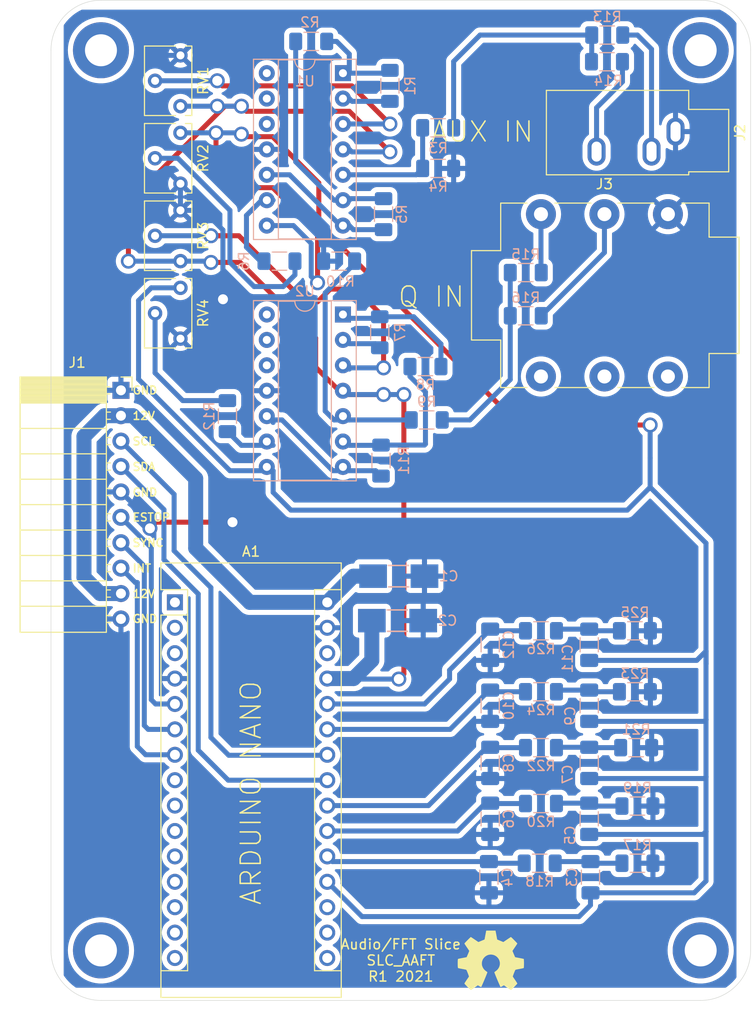
<source format=kicad_pcb>
(kicad_pcb (version 20211014) (generator pcbnew)
  (layers (0 "F.Cu" signal) (31 "B.Cu" signal) (34 "B.Paste" user) (35 "F.Paste" user) (36 "B.SilkS" user "B.Silkscreen") (37 "F.SilkS" user "F.Silkscreen") (38 "B.Mask" user) (39 "F.Mask" user) (44 "Edge.Cuts" user))
  (net 0 "")
  (net 1 "Net-(A1-Pad16)")
  (net 2 "Net-(A1-Pad15)")
  (net 3 "GND")
  (net 4 "Net-(A1-Pad13)")
  (net 5 "Net-(A1-Pad28)")
  (net 6 "Net-(A1-Pad12)")
  (net 7 "+5V")
  (net 8 "Net-(A1-Pad11)")
  (net 9 "Net-(A1-Pad10)")
  (net 10 "Net-(A1-Pad9)")
  (net 11 "/I2C_CLK")
  (net 12 "Net-(A1-Pad8)")
  (net 13 "/I2C_DAT")
  (net 14 "/SYNC")
  (net 15 "/E_STOP")
  (net 16 "Net-(A1-Pad3)")
  (net 17 "Net-(A1-Pad18)")
  (net 18 "Net-(A1-Pad2)")
  (net 19 "Net-(A1-Pad17)")
  (net 20 "Net-(A1-Pad1)")
  (net 21 "+12V")
  (net 22 "/INT")
  (net 23 "/LOW")
  (net 24 "/LOW_MID")
  (net 25 "/MID")
  (net 26 "/HIGH_MID")
  (net 27 "/HIGH")
  (net 28 "/SIG_SEL")
  (net 29 "Net-(C3-Pad1)")
  (net 30 "Net-(C5-Pad1)")
  (net 31 "Net-(C7-Pad1)")
  (net 32 "Net-(C9-Pad1)")
  (net 33 "Net-(C11-Pad1)")
  (net 34 "Net-(J2-PadT)")
  (net 35 "Net-(J2-PadR)")
  (net 36 "Net-(J3-PadT)")
  (net 37 "Net-(J3-PadR)")
  (net 38 "Net-(R1-Pad2)")
  (net 39 "Net-(R1-Pad1)")
  (net 40 "Net-(R2-Pad1)")
  (net 41 "Net-(R3-Pad2)")
  (net 42 "/AUX_IN")
  (net 43 "Net-(R5-Pad1)")
  (net 44 "Net-(R6-Pad2)")
  (net 45 "Net-(R6-Pad1)")
  (net 46 "Net-(R7-Pad2)")
  (net 47 "Net-(R7-Pad1)")
  (net 48 "Net-(R11-Pad2)")
  (net 49 "Net-(R10-Pad1)")
  (net 50 "/Q_IN")
  (net 51 "Net-(R11-Pad1)")
  (net 52 "Net-(R12-Pad2)")
  (net 53 "Net-(R12-Pad1)")
  (net 54 "Net-(RV1-Pad2)")
  (net 55 "/AUX_SW")
  (net 56 "Net-(RV3-Pad2)")
  (footprint "MountingHole:MountingHole_3.2mm_M3_DIN965_Pad" (layer "F.Cu") (at 127.6 44.8)
    (fp_text reference "H1" hide)
    (fp_text value "MountingHole")
  )
  (footprint "MountingHole:MountingHole_3.2mm_M3_DIN965_Pad" (layer "F.Cu") (at 187.6 44.8)
    (fp_text reference "H2" hide)
    (fp_text value "MountingHole")
  )
  (footprint "MountingHole:MountingHole_3.2mm_M3_DIN965_Pad" (layer "F.Cu") (at 127.6 134.8)
    (fp_text reference "H3" hide)
    (fp_text value "MountingHole")
  )
  (footprint "MountingHole:MountingHole_3.2mm_M3_DIN965_Pad" (layer "F.Cu") (at 187.6 134.8)
    (fp_text reference "H4" hide)
    (fp_text value "MountingHole")
  )
  (footprint "Module:Arduino_Nano" (layer "F.Cu") (at 135 100)
    (fp_text reference "A1")
    (fp_text value "Arduino_Nano_v3.x")
  )
  (footprint "Connector_PinSocket_2.54mm:PinSocket_1x10_P2.54mm_Horizontal" (layer "F.Cu") (at 129.6 78.8)
    (fp_text reference "J1")
    (fp_text value "Conn_01x10_Female")
  )
  (footprint "Symbol:OSHW-Symbol_6.7x6mm_SilkScreen" (layer "F.Cu") (at 166.6 135.8)
    (fp_text reference "Logo1" hide)
    (fp_text value "Logo_Open_Hardware_Small" hide)
  )
  (footprint "Connector_Audio:Jack_6.35mm_Neutrik_NMJ6HCD2_Horizontal" (layer "F.Cu") (at 171.622 61.187)
    (fp_text reference "J3")
    (fp_text value "Q_Inch")
  )
  (footprint "Potentiometer_THT:Potentiometer_Bourns_3266W_Vertical" (layer "F.Cu") (at 135.554 50.392 -90)
    (fp_text reference "RV1")
    (fp_text value "10k")
  )
  (footprint "Potentiometer_THT:Potentiometer_Bourns_3266W_Vertical" (layer "F.Cu") (at 135.554 58.139 -90)
    (fp_text reference "RV2")
    (fp_text value "10k")
  )
  (footprint "Potentiometer_THT:Potentiometer_Bourns_3266W_Vertical" (layer "F.Cu") (at 135.554 65.886 -90)
    (fp_text reference "RV3")
    (fp_text value "10k")
  )
  (footprint "Potentiometer_THT:Potentiometer_Bourns_3266W_Vertical" (layer "F.Cu") (at 135.554 73.633 -90)
    (fp_text reference "RV4")
    (fp_text value "10k")
  )
  (footprint "Connector_Audio:Jack_3.5mm_CUI_SJ1-3533NG_Horizontal" (layer "F.Cu") (at 185.084 52.932 -90)
    (fp_text reference "J2")
    (fp_text value "Aux")
  )
  (footprint "OCI_UPL_FOOTPRINTS:C_2312" (layer "B.Cu") (at 157.271 101.827)
    (fp_text reference "C2")
    (fp_text value "10uF_t")
  )
  (footprint "OCI_UPL_FOOTPRINTS:C_2312" (layer "B.Cu") (at 157.398 97.382)
    (fp_text reference "C1")
    (fp_text value "10uF_t")
  )
  (footprint "Capacitor_SMD:C_1206_3216Metric_Pad1.33x1.80mm_HandSolder" (layer "B.Cu") (at 176.575 127.481 -90)
    (fp_text reference "C3")
    (fp_text value "10 uF")
  )
  (footprint "Capacitor_SMD:C_1206_3216Metric_Pad1.33x1.80mm_HandSolder" (layer "B.Cu") (at 166.415 127.481 90)
    (fp_text reference "C4")
    (fp_text value "0.1 uF")
  )
  (footprint "Capacitor_SMD:C_1206_3216Metric_Pad1.33x1.80mm_HandSolder" (layer "B.Cu") (at 176.448 121.639 -90)
    (fp_text reference "C5")
    (fp_text value "0.1 uF")
  )
  (footprint "Capacitor_SMD:C_1206_3216Metric_Pad1.33x1.80mm_HandSolder" (layer "B.Cu") (at 166.542 121.639 90)
    (fp_text reference "C6")
    (fp_text value "0.1 uF")
  )
  (footprint "Capacitor_SMD:C_1206_3216Metric_Pad1.33x1.80mm_HandSolder" (layer "B.Cu") (at 176.448 116.051 -90)
    (fp_text reference "C7")
    (fp_text value "0.1 uF")
  )
  (footprint "Capacitor_SMD:C_1206_3216Metric_Pad1.33x1.80mm_HandSolder" (layer "B.Cu") (at 166.542 116.051 90)
    (fp_text reference "C8")
    (fp_text value "0.1 uF")
  )
  (footprint "Capacitor_SMD:C_1206_3216Metric_Pad1.33x1.80mm_HandSolder" (layer "B.Cu") (at 176.448 110.336 -90)
    (fp_text reference "C9")
    (fp_text value "0.1 uF")
  )
  (footprint "Capacitor_SMD:C_1206_3216Metric_Pad1.33x1.80mm_HandSolder" (layer "B.Cu") (at 166.542 110.336 90)
    (fp_text reference "C10")
    (fp_text value "0.1 uF")
  )
  (footprint "Capacitor_SMD:C_1206_3216Metric_Pad1.33x1.80mm_HandSolder" (layer "B.Cu") (at 176.448 104.24 -90)
    (fp_text reference "C11")
    (fp_text value "0.1 uF")
  )
  (footprint "Capacitor_SMD:C_1206_3216Metric_Pad1.33x1.80mm_HandSolder" (layer "B.Cu") (at 166.542 104.24 90)
    (fp_text reference "C12")
    (fp_text value "0.1 uF")
  )
  (footprint "Resistor_SMD:R_1206_3216Metric_Pad1.30x1.75mm_HandSolder" (layer "B.Cu") (at 156.509 48.36 -90)
    (fp_text reference "R1")
    (fp_text value "1k")
  )
  (footprint "Resistor_SMD:R_1206_3216Metric_Pad1.30x1.75mm_HandSolder" (layer "B.Cu") (at 148.635 43.915)
    (fp_text reference "R2")
    (fp_text value "1k")
  )
  (footprint "Resistor_SMD:R_1206_3216Metric_Pad1.30x1.75mm_HandSolder" (layer "B.Cu") (at 161.335 52.551 180)
    (fp_text reference "R3")
    (fp_text value "1k")
  )
  (footprint "Resistor_SMD:R_1206_3216Metric_Pad1.30x1.75mm_HandSolder" (layer "B.Cu") (at 161.335 56.615)
    (fp_text reference "R4")
    (fp_text value "1k")
  )
  (footprint "Resistor_SMD:R_1206_3216Metric_Pad1.30x1.75mm_HandSolder" (layer "B.Cu") (at 155.874 61.187 90)
    (fp_text reference "R5")
    (fp_text value "1k")
  )
  (footprint "Resistor_SMD:R_1206_3216Metric_Pad1.30x1.75mm_HandSolder" (layer "B.Cu") (at 145.46 65.886 180)
    (fp_text reference "R6")
    (fp_text value "1k")
  )
  (footprint "Resistor_SMD:R_1206_3216Metric_Pad1.30x1.75mm_HandSolder" (layer "B.Cu") (at 155.493 72.998 -90)
    (fp_text reference "R7")
    (fp_text value "1k")
  )
  (footprint "Resistor_SMD:R_1206_3216Metric_Pad1.30x1.75mm_HandSolder" (layer "B.Cu") (at 160.065 76.427)
    (fp_text reference "R8")
    (fp_text value "1k")
  )
  (footprint "Resistor_SMD:R_1206_3216Metric_Pad1.30x1.75mm_HandSolder" (layer "B.Cu") (at 160.192 81.761 180)
    (fp_text reference "R9")
    (fp_text value "1k")
  )
  (footprint "Resistor_SMD:R_1206_3216Metric_Pad1.30x1.75mm_HandSolder" (layer "B.Cu") (at 151.429 65.886 180)
    (fp_text reference "R10")
    (fp_text value "1k")
  )
  (footprint "Resistor_SMD:R_1206_3216Metric_Pad1.30x1.75mm_HandSolder" (layer "B.Cu") (at 155.62 85.825 90)
    (fp_text reference "R11")
    (fp_text value "1k")
  )
  (footprint "Resistor_SMD:R_1206_3216Metric_Pad1.30x1.75mm_HandSolder" (layer "B.Cu") (at 140.253 81.38 -90)
    (fp_text reference "R12")
    (fp_text value "1k")
  )
  (footprint "Resistor_SMD:R_1206_3216Metric_Pad1.30x1.75mm_HandSolder" (layer "B.Cu") (at 178.252 43.28 180)
    (fp_text reference "R13")
    (fp_text value "500")
  )
  (footprint "Resistor_SMD:R_1206_3216Metric_Pad1.30x1.75mm_HandSolder" (layer "B.Cu") (at 178.226 45.947 180)
    (fp_text reference "R14")
    (fp_text value "500")
  )
  (footprint "Resistor_SMD:R_1206_3216Metric_Pad1.30x1.75mm_HandSolder" (layer "B.Cu") (at 170.098 67.029 180)
    (fp_text reference "R15")
    (fp_text value "500")
  )
  (footprint "Resistor_SMD:R_1206_3216Metric_Pad1.30x1.75mm_HandSolder" (layer "B.Cu") (at 170.098 71.347 180)
    (fp_text reference "R16")
    (fp_text value "500")
  )
  (footprint "Resistor_SMD:R_1206_3216Metric_Pad1.30x1.75mm_HandSolder" (layer "B.Cu") (at 181.274 126.084 180)
    (fp_text reference "R17")
    (fp_text value "400")
  )
  (footprint "Resistor_SMD:R_1206_3216Metric_Pad1.30x1.75mm_HandSolder" (layer "B.Cu") (at 171.495 126.084)
    (fp_text reference "R18")
    (fp_text value "1.8 k")
  )
  (footprint "Resistor_SMD:R_1206_3216Metric_Pad1.30x1.75mm_HandSolder" (layer "B.Cu") (at 181.274 120.369 180)
    (fp_text reference "R19")
    (fp_text value "1.8 k")
  )
  (footprint "Resistor_SMD:R_1206_3216Metric_Pad1.30x1.75mm_HandSolder" (layer "B.Cu") (at 171.622 120.115)
    (fp_text reference "R20")
    (fp_text value "900")
  )
  (footprint "Resistor_SMD:R_1206_3216Metric_Pad1.30x1.75mm_HandSolder" (layer "B.Cu") (at 181.147 114.527 180)
    (fp_text reference "R21")
    (fp_text value "900")
  )
  (footprint "Resistor_SMD:R_1206_3216Metric_Pad1.30x1.75mm_HandSolder" (layer "B.Cu") (at 171.622 114.527)
    (fp_text reference "R22")
    (fp_text value "600")
  )
  (footprint "Resistor_SMD:R_1206_3216Metric_Pad1.30x1.75mm_HandSolder" (layer "B.Cu") (at 181.02 108.939 180)
    (fp_text reference "R23")
    (fp_text value "600")
  )
  (footprint "Resistor_SMD:R_1206_3216Metric_Pad1.30x1.75mm_HandSolder" (layer "B.Cu") (at 171.622 108.939)
    (fp_text reference "R24")
    (fp_text value "450")
  )
  (footprint "Resistor_SMD:R_1206_3216Metric_Pad1.30x1.75mm_HandSolder" (layer "B.Cu") (at 181.02 102.843 180)
    (fp_text reference "R25")
    (fp_text value "450")
  )
  (footprint "Resistor_SMD:R_1206_3216Metric_Pad1.30x1.75mm_HandSolder" (layer "B.Cu") (at 171.622 102.843)
    (fp_text reference "R26")
    (fp_text value "360")
  )
  (footprint "Package_DIP:DIP-14_W7.62mm_Socket" (layer "B.Cu") (at 151.81 47.09 180)
    (fp_text reference "U1")
    (fp_text value "MCP6004")
  )
  (footprint "Package_DIP:DIP-14_W7.62mm_Socket" (layer "B.Cu") (at 151.81 71.22 180)
    (fp_text reference "U2")
    (fp_text value "MCP6004")
  )
  (gr_line (start 192.6 44.8) (end 192.6 134.8) (layer "Edge.Cuts") (width 0.05))
  (gr_arc (start 122.6 44.8) (mid 124.064466 41.264466) (end 127.6 39.8) (layer "Edge.Cuts") (width 0.05))
  (gr_arc (start 127.6 139.8) (mid 124.064466 138.335534) (end 122.6 134.8) (layer "Edge.Cuts") (width 0.05))
  (gr_arc (start 187.6 39.8) (mid 191.135534 41.264466) (end 192.6 44.8) (layer "Edge.Cuts") (width 0.05))
  (gr_line (start 127.6 39.8) (end 187.6 39.8) (layer "Edge.Cuts") (width 0.05))
  (gr_arc (start 192.6 134.8) (mid 191.135534 138.335534) (end 187.6 139.8) (layer "Edge.Cuts") (width 0.05))
  (gr_line (start 127.6 139.8) (end 187.6 139.8) (layer "Edge.Cuts") (width 0.05))
  (gr_line (start 122.6 134.8) (end 122.6 44.8) (layer "Edge.Cuts") (width 0.05))
  (gr_text "SCL" (at 131.885715 83.9) (layer "F.SilkS") (effects (font (size 0.8 0.8))))
  (gr_text "Audio/FFT Slice\nSLC_AAFT\nR1 2021" (at 157.599999 135.8) (layer "F.SilkS") (effects (font (size 1 1))))
  (gr_text "GND" (at 132 89) (layer "F.SilkS") (effects (font (size 0.8 0.8))))
  (gr_text "ESTOP" (at 132.647619 91.5) (layer "F.SilkS") (effects (font (size 0.8 0.8))))
  (gr_text "12V" (at 131.885715 81.35) (layer "F.SilkS") (effects (font (size 0.8 0.8))))
  (gr_text "INT" (at 131.695238 96.6) (layer "F.SilkS") (effects (font (size 0.8 0.8))))
  (gr_text "SYNC" (at 132.32381 94.05) (layer "F.SilkS") (effects (font (size 0.8 0.8))))
  (gr_text "Q IN" (at 160.65 69.45) (layer "F.SilkS") (effects (font (size 2 2))))
  (gr_text "GND" (at 132 101.65) (layer "F.SilkS") (effects (font (size 0.8 0.8))))
  (gr_text "AUX IN" (at 165.75 52.95) (layer "F.SilkS") (effects (font (size 2 2))))
  (gr_text "12V" (at 131.885715 99.15) (layer "F.SilkS") (effects (font (size 0.8 0.8))))
  (gr_text "ARDUINO NANO" (at 142.61 119.05 90) (layer "F.SilkS") (effects (font (size 2 2))))
  (gr_text "SDA" (at 131.904762 86.45) (layer "F.SilkS") (effects (font (size 0.8 0.8))))
  (gr_text "GND" (at 132 78.8) (layer "F.SilkS") (effects (font (size 0.8 0.8))))
  (segment (start 133.1155 91.9845) (end 140.761 91.9845) (width 0.5) (layer "F.Cu") (net 3))
  (segment (start 132.5 92.6) (end 133.1155 91.9845) (width 0.5) (layer "F.Cu") (net 3))
  (via (at 132.5 92.6) (size 1.5) (drill 1) (layers "F.Cu" "B.Cu") (net 3))
  (via (at 139.8085 69.696) (size 1.5) (drill 1) (layers "F.Cu" "B.Cu") (net 3))
  (via (at 140.761 91.9845) (size 1.5) (drill 1) (layers "F.Cu" "B.Cu") (net 3))
  (segment (start 130.95 78.8) (end 140.761 88.611) (width 0.5) (layer "B.Cu") (net 3))
  (segment (start 137.838002 60.806) (end 139.802001 62.769999) (width 0.5) (layer "B.Cu") (net 3))
  (segment (start 135.554 60.806) (end 137.838002 60.806) (width 0.5) (layer "B.Cu") (net 3))
  (segment (start 139.802001 69.689501) (end 139.8085 69.696) (width 0.5) (layer "B.Cu") (net 3))
  (segment (start 132.379 45.312) (end 135.554 45.312) (width 0.5) (layer "B.Cu") (net 3))
  (segment (start 130.728 46.963) (end 132.379 45.312) (width 0.5) (layer "B.Cu") (net 3))
  (segment (start 132.5 91.86) (end 129.6 88.96) (width 0.5) (layer "B.Cu") (net 3))
  (segment (start 135.554 60.806) (end 135.554 58.139) (width 0.5) (layer "B.Cu") (net 3))
  (segment (start 130.728 55.98) (end 130.728 46.963) (width 0.5) (layer "B.Cu") (net 3))
  (segment (start 139.802001 62.769999) (end 139.802001 69.689501) (width 0.5) (layer "B.Cu") (net 3))
  (segment (start 129.6 78.8) (end 130.95 78.8) (width 0.5) (layer "B.Cu") (net 3))
  (segment (start 135.554 60.806) (end 130.728 55.98) (width 0.5) (layer "B.Cu") (net 3))
  (segment (start 140.761 88.611) (end 140.761 91.9845) (width 0.5) (layer "B.Cu") (net 3))
  (segment (start 132.5 92.6) (end 132.5 91.86) (width 0.5) (layer "B.Cu") (net 3))
  (segment (start 157.906 79.221) (end 157.906 107.161) (width 0.5) (layer "F.Cu") (net 7))
  (segment (start 141.523 66.013) (end 149.0795 73.5695) (width 0.5) (layer "F.Cu") (net 7))
  (segment (start 141.65 50.392) (end 142.158 50.9) (width 0.5) (layer "F.Cu") (net 7))
  (segment (start 142.158 50.9) (end 152.445 50.9) (width 0.5) (layer "F.Cu") (net 7))
  (segment (start 149.0795 73.5695) (end 149.0795 76.4905) (width 0.5) (layer "F.Cu") (net 7))
  (segment (start 139.237 50.392) (end 141.65 50.392) (width 0.5) (layer "F.Cu") (net 7))
  (segment (start 152.445 50.9) (end 152.7625 51.2175) (width 0.5) (layer "F.Cu") (net 7))
  (segment (start 157.906 107.161) (end 157.398 107.669) (width 0.5) (layer "F.Cu") (net 7))
  (segment (start 149.0795 76.4905) (end 151.81 79.221) (width 0.5) (layer "F.Cu") (net 7))
  (segment (start 140.000998 50.392) (end 130.347 60.045998) (width 0.5) (layer "F.Cu") (net 7))
  (segment (start 152.7625 51.2175) (end 156.509 54.964) (width 0.5) (layer "F.Cu") (net 7))
  (segment (start 141.65 50.392) (end 140.000998 50.392) (width 0.5) (layer "F.Cu") (net 7))
  (segment (start 151.81 79.221) (end 155.874 79.221) (width 0.5) (layer "F.Cu") (net 7))
  (segment (start 130.347 60.045998) (end 130.347 65.886) (width 0.5) (layer "F.Cu") (net 7))
  (segment (start 138.602 66.013) (end 141.523 66.013) (width 0.5) (layer "F.Cu") (net 7))
  (via (at 130.347 65.886) (size 1.5) (drill 1) (layers "F.Cu" "B.Cu") (net 7))
  (via (at 141.65 50.392) (size 1.5) (drill 1) (layers "F.Cu" "B.Cu") (net 7))
  (via (at 138.602 66.013) (size 1.5) (drill 1) (layers "F.Cu" "B.Cu") (net 7))
  (via (at 155.874 79.221) (size 1.5) (drill 1) (layers "F.Cu" "B.Cu") (net 7))
  (via (at 157.906 79.221) (size 1.5) (drill 1) (layers "F.Cu" "B.Cu") (net 7))
  (via (at 139.237 50.392) (size 1.5) (drill 1) (layers "F.Cu" "B.Cu") (net 7))
  (via (at 157.398 107.669) (size 1.5) (drill 1) (layers "F.Cu" "B.Cu") (net 7))
  (via (at 156.509 54.964) (size 1.5) (drill 1) (layers "F.Cu" "B.Cu") (net 7))
  (segment (start 155.874 79.221) (end 152.445 79.221) (width 0.5) (layer "B.Cu") (net 7))
  (segment (start 157.398 107.669) (end 152.924 107.669) (width 0.5) (layer "B.Cu") (net 7))
  (segment (start 152.699 54.964) (end 152.445 54.71) (width 0.5) (layer "B.Cu") (net 7))
  (segment (start 139.237 50.392) (end 141.65 50.392) (width 0.5) (layer "B.Cu") (net 7))
  (segment (start 135.554 65.886) (end 138.475 65.886) (width 0.5) (layer "B.Cu") (net 7))
  (segment (start 152.924 107.669) (end 152.875 107.62) (width 0.5) (layer "B.Cu") (net 7))
  (segment (start 155.874 79.221) (end 157.906 79.221) (width 0.5) (layer "B.Cu") (net 7))
  (segment (start 138.475 65.886) (end 138.602 66.013) (width 0.5) (layer "B.Cu") (net 7))
  (segment (start 154.701 101.827) (end 154.701 105.794) (width 1.5) (layer "B.Cu") (net 7))
  (segment (start 130.347 65.886) (end 135.554 65.886) (width 0.5) (layer "B.Cu") (net 7))
  (segment (start 154.701 105.794) (end 152.875 107.62) (width 1.5) (layer "B.Cu") (net 7))
  (segment (start 152.875 107.62) (end 150.24 107.62) (width 1.5) (layer "B.Cu") (net 7))
  (segment (start 135.554 50.392) (end 139.237 50.392) (width 0.5) (layer "B.Cu") (net 7))
  (segment (start 156.509 54.964) (end 152.699 54.964) (width 0.5) (layer "B.Cu") (net 7))
  (segment (start 138.602 113.511) (end 140.38 115.289) (width 0.5) (layer "B.Cu") (net 11))
  (segment (start 129.6 83.88) (end 134.919 89.199) (width 0.5) (layer "B.Cu") (net 11))
  (segment (start 140.38 115.289) (end 150.191 115.289) (width 0.5) (layer "B.Cu") (net 11))
  (segment (start 138.602 98.525) (end 138.602 113.511) (width 0.5) (layer "B.Cu") (net 11))
  (segment (start 150.191 115.289) (end 150.24 115.24) (width 0.5) (layer "B.Cu") (net 11))
  (segment (start 134.919 89.199) (end 134.919 94.842) (width 0.5) (layer "B.Cu") (net 11))
  (segment (start 134.919 94.842) (end 138.602 98.525) (width 0.5) (layer "B.Cu") (net 11))
  (segment (start 137.332 99.16) (end 137.332 114.781) (width 0.5) (layer "B.Cu") (net 13))
  (segment (start 133.903 95.731) (end 137.332 99.16) (width 0.5) (layer "B.Cu") (net 13))
  (segment (start 129.6 86.42) (end 133.903 90.723) (width 0.5) (layer "B.Cu") (net 13))
  (segment (start 137.332 114.781) (end 140.331 117.78) (width 0.5) (layer "B.Cu") (net 13))
  (segment (start 133.903 90.723) (end 133.903 95.731) (width 0.5) (layer "B.Cu") (net 13))
  (segment (start 140.331 117.78) (end 150.24 117.78) (width 0.5) (layer "B.Cu") (net 13))
  (segment (start 132.076 115.24) (end 131.236 114.4) (width 0.5) (layer "B.Cu") (net 14))
  (segment (start 135 115.24) (end 132.076 115.24) (width 0.5) (layer "B.Cu") (net 14))
  (segment (start 131.236 98.017) (end 131.037 98.017) (width 0.5) (layer "B.Cu") (net 14))
  (segment (start 131.236 114.4) (end 131.236 98.017) (width 0.5) (layer "B.Cu") (net 14))
  (segment (start 131.037 98.017) (end 129.6 96.58) (width 0.5) (layer "B.Cu") (net 14))
  (segment (start 132.63602 109.73302) (end 132.63602 94.53602) (width 0.5) (layer "B.Cu") (net 15))
  (segment (start 135 110.16) (end 133.063 110.16) (width 0.5) (layer "B.Cu") (net 15))
  (segment (start 133.063 110.16) (end 132.63602 109.73302) (width 0.5) (layer "B.Cu") (net 15))
  (segment (start 132.63602 94.53602) (end 129.6 91.5) (width 0.5) (layer "B.Cu") (net 15))
  (segment (start 125.902 97.509) (end 125.902 83.412) (width 1.5) (layer "B.Cu") (net 21))
  (segment (start 129.6 81.34) (end 130.802081 81.34) (width 1.5) (layer "B.Cu") (net 21))
  (segment (start 154.828 97.382) (end 152.858 97.382) (width 1.5) (layer "B.Cu") (net 21))
  (segment (start 137.078 94.588) (end 142.49 100) (width 1.5) (layer "B.Cu") (net 21))
  (segment (start 125.902 83.412) (end 127.974 81.34) (width 1.5) (layer "B.Cu") (net 21))
  (segment (start 142.49 100) (end 150.24 100) (width 1.5) (layer "B.Cu") (net 21))
  (segment (start 127.974 81.34) (end 129.6 81.34) (width 1.5) (layer "B.Cu") (net 21))
  (segment (start 127.513 99.12) (end 125.902 97.509) (width 1.5) (layer "B.Cu") (net 21))
  (segment (start 129.6 99.12) (end 127.513 99.12) (width 1.5) (layer "B.Cu") (net 21))
  (segment (start 137.078 87.615919) (end 137.078 94.588) (width 1.5) (layer "B.Cu") (net 21))
  (segment (start 152.858 97.382) (end 150.24 100) (width 1.5) (layer "B.Cu") (net 21))
  (segment (start 130.802081 81.34) (end 137.078 87.615919) (width 1.5) (layer "B.Cu") (net 21))
  (segment (start 132.33 112.7) (end 131.93601 112.30601) (width 0.5) (layer "B.Cu") (net 22))
  (segment (start 131.93601 112.30601) (end 131.93601 96.37601) (width 0.5) (layer "B.Cu") (net 22))
  (segment (start 131.93601 96.37601) (end 129.6 94.04) (width 0.5) (layer "B.Cu") (net 22))
  (segment (start 135 112.7) (end 132.33 112.7) (width 0.5) (layer "B.Cu") (net 22))
  (segment (start 166.415 125.9185) (end 150.7585 125.9185) (width 0.5) (layer "B.Cu") (net 23))
  (segment (start 150.7585 125.9185) (end 150.24 125.4) (width 0.5) (layer "B.Cu") (net 23))
  (segment (start 169.945 126.084) (end 166.5805 126.084) (width 0.5) (layer "B.Cu") (net 23))
  (segment (start 166.5805 126.084) (end 166.415 125.9185) (width 0.5) (layer "B.Cu") (net 23))
  (segment (start 166.542 120.0765) (end 166.0725 120.0765) (width 0.5) (layer "B.Cu") (net 24))
  (segment (start 166.5805 120.115) (end 166.542 120.0765) (width 0.5) (layer "B.Cu") (net 24))
  (segment (start 166.0725 120.0765) (end 163.289 122.86) (width 0.5) (layer "B.Cu") (net 24))
  (segment (start 170.072 120.115) (end 166.5805 120.115) (width 0.5) (layer "B.Cu") (net 24))
  (segment (start 163.289 122.86) (end 150.24 122.86) (width 0.5) (layer "B.Cu") (net 24))
  (segment (start 166.5805 114.527) (end 166.542 114.4885) (width 0.5) (layer "B.Cu") (net 25))
  (segment (start 160.368 120.32) (end 150.24 120.32) (width 0.5) (layer "B.Cu") (net 25))
  (segment (start 166.542 114.4885) (end 166.1995 114.4885) (width 0.5) (layer "B.Cu") (net 25))
  (segment (start 170.072 114.527) (end 166.5805 114.527) (width 0.5) (layer "B.Cu") (net 25))
  (segment (start 166.1995 114.4885) (end 160.368 120.32) (width 0.5) (layer "B.Cu") (net 25))
  (segment (start 162.527 112.7) (end 150.24 112.7) (width 0.5) (layer "B.Cu") (net 26))
  (segment (start 166.542 108.7735) (end 166.4535 108.7735) (width 0.5) (layer "B.Cu") (net 26))
  (segment (start 170.072 108.939) (end 166.7075 108.939) (width 0.5) (layer "B.Cu") (net 26))
  (segment (start 166.7075 108.939) (end 166.542 108.7735) (width 0.5) (layer "B.Cu") (net 26))
  (segment (start 166.4535 108.7735) (end 162.527 112.7) (width 0.5) (layer "B.Cu") (net 26))
  (segment (start 166.7075 102.843) (end 166.542 102.6775) (width 0.5) (layer "B.Cu") (net 27))
  (segment (start 166.542 102.716) (end 162.478 106.78) (width 0.5) (layer "B.Cu") (net 27))
  (segment (start 166.542 102.6775) (end 166.542 102.716) (width 0.5) (layer "B.Cu") (net 27))
  (segment (start 159.987 110.16) (end 150.24 110.16) (width 0.5) (layer "B.Cu") (net 27))
  (segment (start 170.072 102.843) (end 166.7075 102.843) (width 0.5) (layer "B.Cu") (net 27))
  (segment (start 162.478 107.669) (end 159.987 110.16) (width 0.5) (layer "B.Cu") (net 27))
  (segment (start 162.478 106.78) (end 162.478 107.669) (width 0.5) (layer "B.Cu") (net 27))
  (segment (start 176.7405 126.084) (end 176.575 125.9185) (width 0.5) (layer "B.Cu") (net 29))
  (segment (start 179.724 126.084) (end 176.7405 126.084) (width 0.5) (layer "B.Cu") (net 29))
  (segment (start 173.2105 125.9185) (end 173.045 126.084) (width 0.5) (layer "B.Cu") (net 29))
  (segment (start 176.575 125.9185) (end 173.2105 125.9185) (width 0.5) (layer "B.Cu") (net 29))
  (segment (start 176.7405 120.369) (end 176.448 120.0765) (width 0.5) (layer "B.Cu") (net 30))
  (segment (start 179.724 120.369) (end 176.7405 120.369) (width 0.5) (layer "B.Cu") (net 30))
  (segment (start 176.448 120.0765) (end 173.2105 120.0765) (width 0.5) (layer "B.Cu") (net 30))
  (segment (start 173.2105 120.0765) (end 173.172 120.115) (width 0.5) (layer "B.Cu") (net 30))
  (segment (start 176.448 114.4885) (end 173.2105 114.4885) (width 0.5) (layer "B.Cu") (net 31))
  (segment (start 176.4865 114.527) (end 176.448 114.4885) (width 0.5) (layer "B.Cu") (net 31))
  (segment (start 173.2105 114.4885) (end 173.172 114.527) (width 0.5) (layer "B.Cu") (net 31))
  (segment (start 179.597 114.527) (end 176.4865 114.527) (width 0.5) (layer "B.Cu") (net 31))
  (segment (start 173.3375 108.7735) (end 173.172 108.939) (width 0.5) (layer "B.Cu") (net 32))
  (segment (start 179.47 108.939) (end 176.6135 108.939) (width 0.5) (layer "B.Cu") (net 32))
  (segment (start 176.6135 108.939) (end 176.448 108.7735) (width 0.5) (layer "B.Cu") (net 32))
  (segment (start 176.448 108.7735) (end 173.3375 108.7735) (width 0.5) (layer "B.Cu") (net 32))
  (segment (start 176.448 102.6775) (end 173.3375 102.6775) (width 0.5) (layer "B.Cu") (net 33))
  (segment (start 176.6135 102.843) (end 176.448 102.6775) (width 0.5) (layer "B.Cu") (net 33))
  (segment (start 173.3375 102.6775) (end 173.172 102.843) (width 0.5) (layer "B.Cu") (net 33))
  (segment (start 179.47 102.843) (end 176.6135 102.843) (width 0.5) (layer "B.Cu") (net 33))
  (segment (start 182.684 54.932) (end 182.684 44.69) (width 0.5) (layer "B.Cu") (net 34))
  (segment (start 181.274 43.28) (end 179.802 43.28) (width 0.5) (layer "B.Cu") (net 34))
  (segment (start 182.684 44.69) (end 181.274 43.28) (width 0.5) (layer "B.Cu") (net 34))
  (segment (start 179.776 47.953) (end 179.776 45.947) (width 0.5) (layer "B.Cu") (net 35))
  (segment (start 177.184 50.545) (end 179.776 47.953) (width 0.5) (layer "B.Cu") (net 35))
  (segment (start 177.184 54.932) (end 177.184 50.545) (width 0.5) (layer "B.Cu") (net 35))
  (segment (start 171.622 67.003) (end 171.648 67.029) (width 0.5) (layer "B.Cu") (net 36))
  (segment (start 171.622 61.187) (end 171.622 67.003) (width 0.5) (layer "B.Cu") (net 36))
  (segment (start 177.972 61.187) (end 177.972 65.023) (width 0.5) (layer "B.Cu") (net 37))
  (segment (start 177.972 65.023) (end 171.648 71.347) (width 0.5) (layer "B.Cu") (net 37))
  (segment (start 156.509 49.91) (end 152.725 49.91) (width 0.5) (layer "B.Cu") (net 38))
  (segment (start 152.725 49.91) (end 152.445 49.63) (width 0.5) (layer "B.Cu") (net 38))
  (segment (start 151.175 43.915) (end 152.445 45.185) (width 0.5) (layer "B.Cu") (net 39))
  (segment (start 152.445 45.185) (end 152.445 47.09) (width 0.5) (layer "B.Cu") (net 39))
  (segment (start 150.185 43.915) (end 151.175 43.915) (width 0.5) (layer "B.Cu") (net 39))
  (segment (start 152.445 47.09) (end 156.229 47.09) (width 0.5) (layer "B.Cu") (net 39))
  (segment (start 156.229 47.09) (end 156.509 46.81) (width 0.5) (layer "B.Cu") (net 39))
  (segment (start 147.085 43.915) (end 147.085 55.954) (width 0.5) (layer "B.Cu") (net 40))
  (segment (start 155.874 59.637) (end 152.598 59.637) (width 0.5) (layer "B.Cu") (net 40))
  (segment (start 152.598 59.637) (end 152.445 59.79) (width 0.5) (layer "B.Cu") (net 40))
  (segment (start 150.921 59.79) (end 152.445 59.79) (width 0.5) (layer "B.Cu") (net 40))
  (segment (start 147.085 55.954) (end 150.921 59.79) (width 0.5) (layer "B.Cu") (net 40))
  (segment (start 159.15 57.25) (end 159.785 56.615) (width 0.5) (layer "B.Cu") (net 41))
  (segment (start 159.785 56.615) (end 159.785 52.551) (width 0.5) (layer "B.Cu") (net 41))
  (segment (start 152.445 57.25) (end 159.15 57.25) (width 0.5) (layer "B.Cu") (net 41))
  (segment (start 162.885 45.921) (end 165.526 43.28) (width 0.5) (layer "B.Cu") (net 42))
  (segment (start 176.702 43.28) (end 176.702 44.677) (width 0.5) (layer "B.Cu") (net 42))
  (segment (start 165.526 43.28) (end 176.702 43.28) (width 0.5) (layer "B.Cu") (net 42))
  (segment (start 176.702 44.677) (end 176.702 45.921) (width 0.5) (layer "B.Cu") (net 42))
  (segment (start 162.885 52.551) (end 162.885 45.921) (width 0.5) (layer "B.Cu") (net 42))
  (segment (start 176.702 45.921) (end 176.676 45.947) (width 0.5) (layer "B.Cu") (net 42))
  (segment (start 151.556 62.33) (end 146.476 57.25) (width 0.5) (layer "B.Cu") (net 43))
  (segment (start 155.874 62.737) (end 152.852 62.737) (width 0.5) (layer "B.Cu") (net 43))
  (segment (start 146.476 57.25) (end 144.825 57.25) (width 0.5) (layer "B.Cu") (net 43))
  (segment (start 152.852 62.737) (end 152.445 62.33) (width 0.5) (layer "B.Cu") (net 43))
  (segment (start 152.445 62.33) (end 151.556 62.33) (width 0.5) (layer "B.Cu") (net 43))
  (segment (start 142.158 61.314) (end 143.682 59.79) (width 0.5) (layer "B.Cu") (net 44))
  (segment (start 142.158 64.489) (end 142.158 61.314) (width 0.5) (layer "B.Cu") (net 44))
  (segment (start 143.91 65.886) (end 143.91 65.479) (width 0.5) (layer "B.Cu") (net 44))
  (segment (start 143.555 65.886) (end 142.158 64.489) (width 0.5) (layer "B.Cu") (net 44))
  (segment (start 143.682 59.79) (end 144.825 59.79) (width 0.5) (layer "B.Cu") (net 44))
  (segment (start 143.91 65.886) (end 143.555 65.886) (width 0.5) (layer "B.Cu") (net 44))
  (segment (start 142.92 68.426) (end 145.841 68.426) (width 0.5) (layer "B.Cu") (net 45))
  (segment (start 135.3 55.599) (end 140.507 60.806) (width 0.5) (layer "B.Cu") (net 45))
  (segment (start 145.841 68.426) (end 147.01 67.257) (width 0.5) (layer "B.Cu") (net 45))
  (segment (start 140.507 60.806) (end 140.507 66.013) (width 0.5) (layer "B.Cu") (net 45))
  (segment (start 133.014 55.599) (end 135.3 55.599) (width 0.5) (layer "B.Cu") (net 45))
  (segment (start 140.507 66.013) (end 142.92 68.426) (width 0.5) (layer "B.Cu") (net 45))
  (segment (start 147.01 67.257) (end 147.01 65.886) (width 0.5) (layer "B.Cu") (net 45))
  (segment (start 155.086 74.141) (end 155.493 74.548) (width 0.5) (layer "B.Cu") (net 46))
  (segment (start 152.445 74.141) (end 155.086 74.141) (width 0.5) (layer "B.Cu") (net 46))
  (segment (start 161.615 74.167) (end 161.615 76.427) (width 0.5) (layer "B.Cu") (net 47))
  (segment (start 155.493 71.448) (end 158.896 71.448) (width 0.5) (layer "B.Cu") (net 47))
  (segment (start 155.34 71.601) (end 155.493 71.448) (width 0.5) (layer "B.Cu") (net 47))
  (segment (start 158.896 71.448) (end 161.615 74.167) (width 0.5) (layer "B.Cu") (net 47))
  (segment (start 152.445 71.601) (end 155.34 71.601) (width 0.5) (layer "B.Cu") (net 47))
  (segment (start 155.594 84.301) (end 155.62 84.275) (width 0.5) (layer "B.Cu") (net 48))
  (segment (start 158.515 77.417) (end 160.065 78.967) (width 0.5) (layer "B.Cu") (net 48))
  (segment (start 160.065 78.967) (end 160.065 84.174) (width 0.5) (layer "B.Cu") (net 48))
  (segment (start 159.964 84.275) (end 155.62 84.275) (width 0.5) (layer "B.Cu") (net 48))
  (segment (start 152.445 84.301) (end 155.594 84.301) (width 0.5) (layer "B.Cu") (net 48))
  (segment (start 160.065 84.174) (end 159.964 84.275) (width 0.5) (layer "B.Cu") (net 48))
  (segment (start 158.515 76.427) (end 158.515 77.417) (width 0.5) (layer "B.Cu") (net 48))
  (segment (start 150.921 81.761) (end 152.445 81.761) (width 0.5) (layer "B.Cu") (net 49))
  (segment (start 152.979 66.114) (end 150.032 69.061) (width 0.5) (layer "B.Cu") (net 49))
  (segment (start 152.979 65.886) (end 152.979 66.114) (width 0.5) (layer "B.Cu") (net 49))
  (segment (start 150.032 69.061) (end 150.032 80.872) (width 0.5) (layer "B.Cu") (net 49))
  (segment (start 150.032 80.872) (end 150.921 81.761) (width 0.5) (layer "B.Cu") (net 49))
  (segment (start 158.642 81.761) (end 152.445 81.761) (width 0.5) (layer "B.Cu") (net 49))
  (segment (start 168.548 67.029) (end 168.548 71.347) (width 0.5) (layer "B.Cu") (net 50))
  (segment (start 168.548 77.723) (end 168.548 71.347) (width 0.5) (layer "B.Cu") (net 50))
  (segment (start 161.742 81.761) (end 164.51 81.761) (width 0.5) (layer "B.Cu") (net 50))
  (segment (start 164.51 81.761) (end 168.548 77.723) (width 0.5) (layer "B.Cu") (net 50))
  (segment (start 150.794 86.841) (end 152.445 86.841) (width 0.5) (layer "B.Cu") (net 51))
  (segment (start 145.714 81.761) (end 150.794 86.841) (width 0.5) (layer "B.Cu") (net 51))
  (segment (start 144.825 81.761) (end 144.825 82.015) (width 0.5) (layer "B.Cu") (net 51))
  (segment (start 144.825 81.761) (end 145.714 81.761) (width 0.5) (layer "B.Cu") (net 51))
  (segment (start 155.086 86.841) (end 155.62 87.375) (width 0.5) (layer "B.Cu") (net 51))
  (segment (start 152.445 86.841) (end 155.086 86.841) (width 0.5) (layer "B.Cu") (net 51))
  (segment (start 140.279 82.93) (end 141.65 84.301) (width 0.5) (layer "B.Cu") (net 52))
  (segment (start 141.65 84.301) (end 144.825 84.301) (width 0.5) (layer "B.Cu") (net 52))
  (segment (start 140.253 82.93) (end 140.279 82.93) (width 0.5) (layer "B.Cu") (net 52))
  (segment (start 135.782 79.83) (end 140.253 79.83) (width 0.5) (layer "B.Cu") (net 53))
  (segment (start 133.014 71.093) (end 133.014 77.062) (width 0.5) (layer "B.Cu") (net 53))
  (segment (start 133.014 77.062) (end 135.782 79.83) (width 0.5) (layer "B.Cu") (net 53))
  (segment (start 152.8895 48.5505) (end 156.509 52.17) (width 0.5) (layer "F.Cu") (net 54))
  (segment (start 152.699 48.36) (end 152.8895 48.5505) (width 0.5) (layer "F.Cu") (net 54))
  (segment (start 139.237 47.852) (end 139.745 48.36) (width 0.5) (layer "F.Cu") (net 54))
  (segment (start 139.745 48.36) (end 152.699 48.36) (width 0.5) (layer "F.Cu") (net 54))
  (via (at 139.237 47.852) (size 1.5) (drill 1) (layers "F.Cu" "B.Cu") (net 54))
  (via (at 156.509 52.17) (size 1.5) (drill 1) (layers "F.Cu" "B.Cu") (net 54))
  (segment (start 156.509 52.17) (end 152.445 52.17) (width 0.5) (layer "B.Cu") (net 54))
  (segment (start 133.014 47.852) (end 139.237 47.852) (width 0.5) (layer "B.Cu") (net 54))
  (segment (start 144.790001 58.539999) (end 149.27 63.019998) (width 0.5) (layer "F.Cu") (net 55))
  (segment (start 149.27 63.219) (end 149.27 68.045) (width 0.5) (layer "F.Cu") (net 55))
  (segment (start 149.397 62.203) (end 169.463 82.269) (width 0.5) (layer "F.Cu") (net 55))
  (segment (start 141.65 53.186) (end 141.904 53.44) (width 0.5) (layer "F.Cu") (net 55))
  (segment (start 144.770002 53.44) (end 149.397 58.066998) (width 0.5) (layer "F.Cu") (net 55))
  (segment (start 139.11 54.71) (end 142.939999 58.539999) (width 0.5) (layer "F.Cu") (net 55))
  (segment (start 142.939999 58.539999) (end 144.790001 58.539999) (width 0.5) (layer "F.Cu") (net 55))
  (segment (start 141.904 53.44) (end 144.770002 53.44) (width 0.5) (layer "F.Cu") (net 55))
  (segment (start 149.397 58.066998) (end 149.397 62.203) (width 0.5) (layer "F.Cu") (net 55))
  (segment (start 170.733 82.269) (end 182.544 82.269) (width 0.5) (layer "F.Cu") (net 55))
  (segment (start 169.463 82.269) (end 170.733 82.269) (width 0.5) (layer "F.Cu") (net 55))
  (segment (start 149.27 63.019998) (end 149.27 63.219) (width 0.5) (layer "F.Cu") (net 55))
  (segment (start 139.11 53.059) (end 139.11 54.71) (width 0.5) (layer "F.Cu") (net 55))
  (via (at 141.65 53.186) (size 1.5) (drill 1) (layers "F.Cu" "B.Cu") (net 55))
  (via (at 182.544 82.269) (size 1.5) (drill 1) (layers "F.Cu" "B.Cu") (net 55))
  (via (at 139.11 53.059) (size 1.5) (drill 1) (layers "F.Cu" "B.Cu") (net 55))
  (via (at 149.27 68.045) (size 1.5) (drill 1) (layers "F.Cu" "B.Cu") (net 55))
  (segment (start 176.448 111.8985) (end 187.9665 111.8985) (width 0.5) (layer "B.Cu") (net 55))
  (segment (start 176.575 129.0435) (end 176.575 130.275) (width 0.5) (layer "B.Cu") (net 55))
  (segment (start 139.11 53.059) (end 141.523 53.059) (width 0.5) (layer "B.Cu") (net 55))
  (segment (start 141.523 53.059) (end 141.65 53.186) (width 0.5) (layer "B.Cu") (net 55))
  (segment (start 187.9665 117.6135) (end 188.132 117.448) (width 0.5) (layer "B.Cu") (net 55))
  (segment (start 187.8395 123.2015) (end 188.132 122.909) (width 0.5) (layer "B.Cu") (net 55))
  (segment (start 186.9505 129.0435) (end 176.575 129.0435) (width 0.5) (layer "B.Cu") (net 55))
  (segment (start 146.603 90.778) (end 180.258 90.778) (width 0.5) (layer "B.Cu") (net 55))
  (segment (start 148.635 67.41) (end 148.635 64.108) (width 0.5) (layer "B.Cu") (net 55))
  (segment (start 144.825 86.841) (end 144.825 89) (width 0.5) (layer "B.Cu") (net 55))
  (segment (start 188.132 122.909) (end 188.132 127.862) (width 0.5) (layer "B.Cu") (net 55))
  (segment (start 176.448 117.6135) (end 187.9665 117.6135) (width 0.5) (layer "B.Cu") (net 55))
  (segment (start 135.554 53.059) (end 139.11 53.059) (width 0.5) (layer "B.Cu") (net 55))
  (segment (start 140.507 86.841) (end 144.825 86.841) (width 0.5) (layer "B.Cu") (net 55))
  (segment (start 187.9665 111.8985) (end 188.132 111.733) (width 0.5) (layer "B.Cu") (net 55))
  (segment (start 188.132 106.145) (end 188.132 111.733) (width 0.5) (layer "B.Cu") (net 55))
  (segment (start 135.554 68.553) (end 132.633 68.553) (width 0.5) (layer "B.Cu") (net 55))
  (segment (start 144.825 89) (end 146.603 90.778) (width 0.5) (layer "B.Cu") (net 55))
  (segment (start 188.132 127.862) (end 186.9505 129.0435) (width 0.5) (layer "B.Cu") (net 55))
  (segment (start 176.448 105.8025) (end 187.2045 105.8025) (width 0.5) (layer "B.Cu") (net 55))
  (segment (start 175.432 131.418) (end 153.718 131.418) (width 0.5) (layer "B.Cu") (net 55))
  (segment (start 131.363 77.697) (end 140.507 86.841) (width 0.5) (layer "B.Cu") (net 55))
  (segment (start 187.2045 105.8025) (end 188.132 104.875) (width 0.5) (layer "B.Cu") (net 55))
  (segment (start 149.27 68.045) (end 148.635 67.41) (width 0.5) (layer "B.Cu") (net 55))
  (segment (start 131.363 69.823) (end 131.363 77.697) (width 0.5) (layer "B.Cu") (net 55))
  (segment (start 188.132 94.08) (end 188.132 106.145) (width 0.5) (layer "B.Cu") (net 55))
  (segment (start 176.575 130.275) (end 175.432 131.418) (width 0.5) (layer "B.Cu") (net 55))
  (segment (start 182.544 88.492) (end 188.132 94.08) (width 0.5) (layer "B.Cu") (net 55))
  (segment (start 182.544 85.571) (end 182.544 88.492) (width 0.5) (layer "B.Cu") (net 55))
  (segment (start 182.544 82.269) (end 182.544 85.571) (width 0.5) (layer "B.Cu") (net 55))
  (segment (start 188.132 111.733) (end 188.132 117.448) (width 0.5) (layer "B.Cu") (net 55))
  (segment (start 182.544 88.492) (end 180.258 90.778) (width 0.5) (layer "B.Cu") (net 55))
  (segment (start 148.635 64.108) (end 146.857 62.33) (width 0.5) (layer "B.Cu") (net 55))
  (segment (start 188.132 104.875) (end 188.132 106.145) (width 0.5) (layer "B.Cu") (net 55))
  (segment (start 146.857 62.33) (end 144.825 62.33) (width 0.5) (layer "B.Cu") (net 55))
  (segment (start 176.448 123.2015) (end 187.8395 123.2015) (width 0.5) (layer "B.Cu") (net 55))
  (segment (start 188.132 117.448) (end 188.132 122.909) (width 0.5) (layer "B.Cu") (net 55))
  (segment (start 132.633 68.553) (end 131.363 69.823) (width 0.5) (layer "B.Cu") (net 55))
  (segment (start 153.718 131.418) (end 150.24 127.94) (width 0.5) (layer "B.Cu") (net 55))
  (segment (start 153.08 68.68) (end 150.54 68.68) (width 0.5) (layer "F.Cu") (net 56))
  (segment (start 138.602 63.346) (end 141.396 63.346) (width 0.5) (layer "F.Cu") (net 56))
  (segment (start 149.27 69.95) (end 148 69.95) (width 0.5) (layer "F.Cu") (net 56))
  (segment (start 150.54 68.68) (end 149.27 69.95) (width 0.5) (layer "F.Cu") (net 56))
  (segment (start 155.874 71.474) (end 153.08 68.68) (width 0.5) (layer "F.Cu") (net 56))
  (segment (start 138.602 63.346) (end 140.126 63.346) (width 0.5) (layer "F.Cu") (net 56))
  (segment (start 155.874 76.554) (end 155.874 71.474) (width 0.5) (layer "F.Cu") (net 56))
  (segment (start 148 69.95) (end 141.396 63.346) (width 0.5) (layer "F.Cu") (net 56))
  (via (at 155.874 76.554) (size 1.5) (drill 1) (layers "F.Cu" "B.Cu") (net 56))
  (via (at 138.602 63.346) (size 1.5) (drill 1) (layers "F.Cu" "B.Cu") (net 56))
  (segment (start 133.014 63.346) (end 138.602 63.346) (width 0.5) (layer "B.Cu") (net 56))
  (segment (start 155.874 76.554) (end 152.572 76.554) (width 0.5) (layer "B.Cu") (net 56))
  (segment (start 152.572 76.554) (end 152.445 76.681) (width 0.5) (layer "B.Cu") (net 56))
  (zone (net 3) (net_name "GND") (layer "B.Cu") (connect_pads (clearance 0.508)) (min_thickness 0.254) (fill yes (thermal_gap 0.508) (thermal_bridge_width 0.508))
    (polygon (pts (xy 191.18 138.53) (xy 123.87 138.53) (xy 123.87 40.74) (xy 191.18 40.74)))
  )
)
</source>
